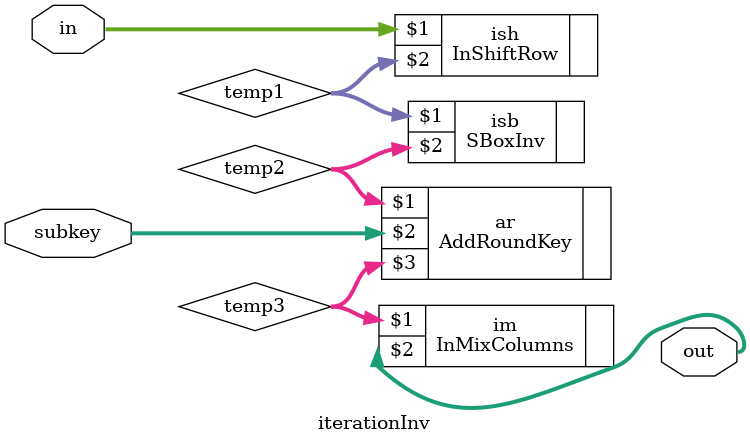
<source format=v>
module iterationInv(in,subkey,out);
input [127:0] in;
input [127:0] subkey;
output [127:0] out;
wire [127:0] temp1;
wire [127:0] temp2;
wire [127:0] temp3;

InShiftRow ish(in,temp1);
SBoxInv isb(temp1,temp2);
AddRoundKey ar(temp2,subkey,temp3);
InMixColumns im(temp3,out);
		
endmodule

</source>
